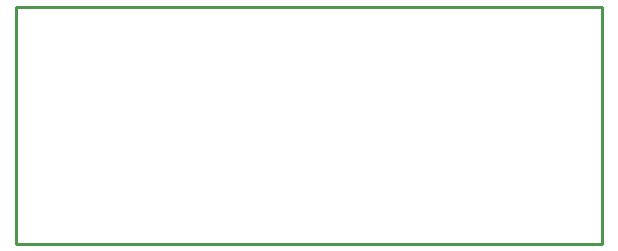
<source format=gko>
G04*
G04 #@! TF.GenerationSoftware,Altium Limited,Altium Designer,19.1.5 (86)*
G04*
G04 Layer_Color=16711935*
%FSLAX25Y25*%
%MOIN*%
G70*
G01*
G75*
%ADD14C,0.01000*%
D14*
X195276D02*
Y78740D01*
X102665D02*
X195276D01*
X0D02*
X33768D01*
X0Y0D02*
Y78740D01*
Y0D02*
X195276D01*
X33768Y78740D02*
X102665D01*
M02*

</source>
